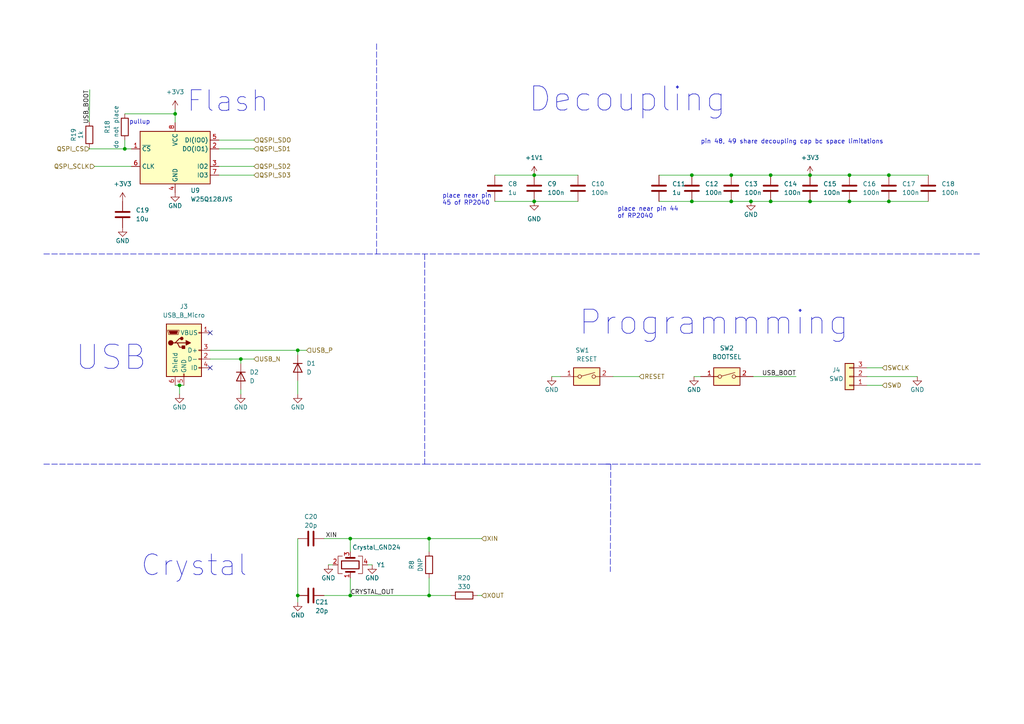
<source format=kicad_sch>
(kicad_sch (version 20211123) (generator eeschema)

  (uuid 111eca69-f969-4569-a64e-262b7c33716c)

  (paper "A4")

  (title_block
    (title "F.R.E.T. Board")
    (date "2023-09-27")
    (rev "1.00")
    (company "Jim Horwitz, Julia Brubach, Peter Buglewicz")
  )

  (lib_symbols
    (symbol "Connector:USB_B_Micro" (pin_names (offset 1.016)) (in_bom yes) (on_board yes)
      (property "Reference" "J" (id 0) (at -5.08 11.43 0)
        (effects (font (size 1.27 1.27)) (justify left))
      )
      (property "Value" "USB_B_Micro" (id 1) (at -5.08 8.89 0)
        (effects (font (size 1.27 1.27)) (justify left))
      )
      (property "Footprint" "" (id 2) (at 3.81 -1.27 0)
        (effects (font (size 1.27 1.27)) hide)
      )
      (property "Datasheet" "~" (id 3) (at 3.81 -1.27 0)
        (effects (font (size 1.27 1.27)) hide)
      )
      (property "ki_keywords" "connector USB micro" (id 4) (at 0 0 0)
        (effects (font (size 1.27 1.27)) hide)
      )
      (property "ki_description" "USB Micro Type B connector" (id 5) (at 0 0 0)
        (effects (font (size 1.27 1.27)) hide)
      )
      (property "ki_fp_filters" "USB*" (id 6) (at 0 0 0)
        (effects (font (size 1.27 1.27)) hide)
      )
      (symbol "USB_B_Micro_0_1"
        (rectangle (start -5.08 -7.62) (end 5.08 7.62)
          (stroke (width 0.254) (type default) (color 0 0 0 0))
          (fill (type background))
        )
        (circle (center -3.81 2.159) (radius 0.635)
          (stroke (width 0.254) (type default) (color 0 0 0 0))
          (fill (type outline))
        )
        (circle (center -0.635 3.429) (radius 0.381)
          (stroke (width 0.254) (type default) (color 0 0 0 0))
          (fill (type outline))
        )
        (rectangle (start -0.127 -7.62) (end 0.127 -6.858)
          (stroke (width 0) (type default) (color 0 0 0 0))
          (fill (type none))
        )
        (polyline
          (pts
            (xy -1.905 2.159)
            (xy 0.635 2.159)
          )
          (stroke (width 0.254) (type default) (color 0 0 0 0))
          (fill (type none))
        )
        (polyline
          (pts
            (xy -3.175 2.159)
            (xy -2.54 2.159)
            (xy -1.27 3.429)
            (xy -0.635 3.429)
          )
          (stroke (width 0.254) (type default) (color 0 0 0 0))
          (fill (type none))
        )
        (polyline
          (pts
            (xy -2.54 2.159)
            (xy -1.905 2.159)
            (xy -1.27 0.889)
            (xy 0 0.889)
          )
          (stroke (width 0.254) (type default) (color 0 0 0 0))
          (fill (type none))
        )
        (polyline
          (pts
            (xy 0.635 2.794)
            (xy 0.635 1.524)
            (xy 1.905 2.159)
            (xy 0.635 2.794)
          )
          (stroke (width 0.254) (type default) (color 0 0 0 0))
          (fill (type outline))
        )
        (polyline
          (pts
            (xy -4.318 5.588)
            (xy -1.778 5.588)
            (xy -2.032 4.826)
            (xy -4.064 4.826)
            (xy -4.318 5.588)
          )
          (stroke (width 0) (type default) (color 0 0 0 0))
          (fill (type outline))
        )
        (polyline
          (pts
            (xy -4.699 5.842)
            (xy -4.699 5.588)
            (xy -4.445 4.826)
            (xy -4.445 4.572)
            (xy -1.651 4.572)
            (xy -1.651 4.826)
            (xy -1.397 5.588)
            (xy -1.397 5.842)
            (xy -4.699 5.842)
          )
          (stroke (width 0) (type default) (color 0 0 0 0))
          (fill (type none))
        )
        (rectangle (start 0.254 1.27) (end -0.508 0.508)
          (stroke (width 0.254) (type default) (color 0 0 0 0))
          (fill (type outline))
        )
        (rectangle (start 5.08 -5.207) (end 4.318 -4.953)
          (stroke (width 0) (type default) (color 0 0 0 0))
          (fill (type none))
        )
        (rectangle (start 5.08 -2.667) (end 4.318 -2.413)
          (stroke (width 0) (type default) (color 0 0 0 0))
          (fill (type none))
        )
        (rectangle (start 5.08 -0.127) (end 4.318 0.127)
          (stroke (width 0) (type default) (color 0 0 0 0))
          (fill (type none))
        )
        (rectangle (start 5.08 4.953) (end 4.318 5.207)
          (stroke (width 0) (type default) (color 0 0 0 0))
          (fill (type none))
        )
      )
      (symbol "USB_B_Micro_1_1"
        (pin power_out line (at 7.62 5.08 180) (length 2.54)
          (name "VBUS" (effects (font (size 1.27 1.27))))
          (number "1" (effects (font (size 1.27 1.27))))
        )
        (pin bidirectional line (at 7.62 -2.54 180) (length 2.54)
          (name "D-" (effects (font (size 1.27 1.27))))
          (number "2" (effects (font (size 1.27 1.27))))
        )
        (pin bidirectional line (at 7.62 0 180) (length 2.54)
          (name "D+" (effects (font (size 1.27 1.27))))
          (number "3" (effects (font (size 1.27 1.27))))
        )
        (pin passive line (at 7.62 -5.08 180) (length 2.54)
          (name "ID" (effects (font (size 1.27 1.27))))
          (number "4" (effects (font (size 1.27 1.27))))
        )
        (pin power_out line (at 0 -10.16 90) (length 2.54)
          (name "GND" (effects (font (size 1.27 1.27))))
          (number "5" (effects (font (size 1.27 1.27))))
        )
        (pin passive line (at -2.54 -10.16 90) (length 2.54)
          (name "Shield" (effects (font (size 1.27 1.27))))
          (number "6" (effects (font (size 1.27 1.27))))
        )
      )
    )
    (symbol "Connector_Generic:Conn_01x03" (pin_names (offset 1.016) hide) (in_bom yes) (on_board yes)
      (property "Reference" "J" (id 0) (at 0 5.08 0)
        (effects (font (size 1.27 1.27)))
      )
      (property "Value" "Conn_01x03" (id 1) (at 0 -5.08 0)
        (effects (font (size 1.27 1.27)))
      )
      (property "Footprint" "" (id 2) (at 0 0 0)
        (effects (font (size 1.27 1.27)) hide)
      )
      (property "Datasheet" "~" (id 3) (at 0 0 0)
        (effects (font (size 1.27 1.27)) hide)
      )
      (property "ki_keywords" "connector" (id 4) (at 0 0 0)
        (effects (font (size 1.27 1.27)) hide)
      )
      (property "ki_description" "Generic connector, single row, 01x03, script generated (kicad-library-utils/schlib/autogen/connector/)" (id 5) (at 0 0 0)
        (effects (font (size 1.27 1.27)) hide)
      )
      (property "ki_fp_filters" "Connector*:*_1x??_*" (id 6) (at 0 0 0)
        (effects (font (size 1.27 1.27)) hide)
      )
      (symbol "Conn_01x03_1_1"
        (rectangle (start -1.27 -2.413) (end 0 -2.667)
          (stroke (width 0.1524) (type default) (color 0 0 0 0))
          (fill (type none))
        )
        (rectangle (start -1.27 0.127) (end 0 -0.127)
          (stroke (width 0.1524) (type default) (color 0 0 0 0))
          (fill (type none))
        )
        (rectangle (start -1.27 2.667) (end 0 2.413)
          (stroke (width 0.1524) (type default) (color 0 0 0 0))
          (fill (type none))
        )
        (rectangle (start -1.27 3.81) (end 1.27 -3.81)
          (stroke (width 0.254) (type default) (color 0 0 0 0))
          (fill (type background))
        )
        (pin passive line (at -5.08 2.54 0) (length 3.81)
          (name "Pin_1" (effects (font (size 1.27 1.27))))
          (number "1" (effects (font (size 1.27 1.27))))
        )
        (pin passive line (at -5.08 0 0) (length 3.81)
          (name "Pin_2" (effects (font (size 1.27 1.27))))
          (number "2" (effects (font (size 1.27 1.27))))
        )
        (pin passive line (at -5.08 -2.54 0) (length 3.81)
          (name "Pin_3" (effects (font (size 1.27 1.27))))
          (number "3" (effects (font (size 1.27 1.27))))
        )
      )
    )
    (symbol "Device:C" (pin_numbers hide) (pin_names (offset 0.254)) (in_bom yes) (on_board yes)
      (property "Reference" "C" (id 0) (at 0.635 2.54 0)
        (effects (font (size 1.27 1.27)) (justify left))
      )
      (property "Value" "C" (id 1) (at 0.635 -2.54 0)
        (effects (font (size 1.27 1.27)) (justify left))
      )
      (property "Footprint" "" (id 2) (at 0.9652 -3.81 0)
        (effects (font (size 1.27 1.27)) hide)
      )
      (property "Datasheet" "~" (id 3) (at 0 0 0)
        (effects (font (size 1.27 1.27)) hide)
      )
      (property "ki_keywords" "cap capacitor" (id 4) (at 0 0 0)
        (effects (font (size 1.27 1.27)) hide)
      )
      (property "ki_description" "Unpolarized capacitor" (id 5) (at 0 0 0)
        (effects (font (size 1.27 1.27)) hide)
      )
      (property "ki_fp_filters" "C_*" (id 6) (at 0 0 0)
        (effects (font (size 1.27 1.27)) hide)
      )
      (symbol "C_0_1"
        (polyline
          (pts
            (xy -2.032 -0.762)
            (xy 2.032 -0.762)
          )
          (stroke (width 0.508) (type default) (color 0 0 0 0))
          (fill (type none))
        )
        (polyline
          (pts
            (xy -2.032 0.762)
            (xy 2.032 0.762)
          )
          (stroke (width 0.508) (type default) (color 0 0 0 0))
          (fill (type none))
        )
      )
      (symbol "C_1_1"
        (pin passive line (at 0 3.81 270) (length 2.794)
          (name "~" (effects (font (size 1.27 1.27))))
          (number "1" (effects (font (size 1.27 1.27))))
        )
        (pin passive line (at 0 -3.81 90) (length 2.794)
          (name "~" (effects (font (size 1.27 1.27))))
          (number "2" (effects (font (size 1.27 1.27))))
        )
      )
    )
    (symbol "Device:Crystal_GND24" (pin_names (offset 1.016) hide) (in_bom yes) (on_board yes)
      (property "Reference" "Y" (id 0) (at 3.175 5.08 0)
        (effects (font (size 1.27 1.27)) (justify left))
      )
      (property "Value" "Crystal_GND24" (id 1) (at 3.175 3.175 0)
        (effects (font (size 1.27 1.27)) (justify left))
      )
      (property "Footprint" "" (id 2) (at 0 0 0)
        (effects (font (size 1.27 1.27)) hide)
      )
      (property "Datasheet" "~" (id 3) (at 0 0 0)
        (effects (font (size 1.27 1.27)) hide)
      )
      (property "ki_keywords" "quartz ceramic resonator oscillator" (id 4) (at 0 0 0)
        (effects (font (size 1.27 1.27)) hide)
      )
      (property "ki_description" "Four pin crystal, GND on pins 2 and 4" (id 5) (at 0 0 0)
        (effects (font (size 1.27 1.27)) hide)
      )
      (property "ki_fp_filters" "Crystal*" (id 6) (at 0 0 0)
        (effects (font (size 1.27 1.27)) hide)
      )
      (symbol "Crystal_GND24_0_1"
        (rectangle (start -1.143 2.54) (end 1.143 -2.54)
          (stroke (width 0.3048) (type default) (color 0 0 0 0))
          (fill (type none))
        )
        (polyline
          (pts
            (xy -2.54 0)
            (xy -2.032 0)
          )
          (stroke (width 0) (type default) (color 0 0 0 0))
          (fill (type none))
        )
        (polyline
          (pts
            (xy -2.032 -1.27)
            (xy -2.032 1.27)
          )
          (stroke (width 0.508) (type default) (color 0 0 0 0))
          (fill (type none))
        )
        (polyline
          (pts
            (xy 0 -3.81)
            (xy 0 -3.556)
          )
          (stroke (width 0) (type default) (color 0 0 0 0))
          (fill (type none))
        )
        (polyline
          (pts
            (xy 0 3.556)
            (xy 0 3.81)
          )
          (stroke (width 0) (type default) (color 0 0 0 0))
          (fill (type none))
        )
        (polyline
          (pts
            (xy 2.032 -1.27)
            (xy 2.032 1.27)
          )
          (stroke (width 0.508) (type default) (color 0 0 0 0))
          (fill (type none))
        )
        (polyline
          (pts
            (xy 2.032 0)
            (xy 2.54 0)
          )
          (stroke (width 0) (type default) (color 0 0 0 0))
          (fill (type none))
        )
        (polyline
          (pts
            (xy -2.54 -2.286)
            (xy -2.54 -3.556)
            (xy 2.54 -3.556)
            (xy 2.54 -2.286)
          )
          (stroke (width 0) (type default) (color 0 0 0 0))
          (fill (type none))
        )
        (polyline
          (pts
            (xy -2.54 2.286)
            (xy -2.54 3.556)
            (xy 2.54 3.556)
            (xy 2.54 2.286)
          )
          (stroke (width 0) (type default) (color 0 0 0 0))
          (fill (type none))
        )
      )
      (symbol "Crystal_GND24_1_1"
        (pin passive line (at -3.81 0 0) (length 1.27)
          (name "1" (effects (font (size 1.27 1.27))))
          (number "1" (effects (font (size 1.27 1.27))))
        )
        (pin passive line (at 0 5.08 270) (length 1.27)
          (name "2" (effects (font (size 1.27 1.27))))
          (number "2" (effects (font (size 1.27 1.27))))
        )
        (pin passive line (at 3.81 0 180) (length 1.27)
          (name "3" (effects (font (size 1.27 1.27))))
          (number "3" (effects (font (size 1.27 1.27))))
        )
        (pin passive line (at 0 -5.08 90) (length 1.27)
          (name "4" (effects (font (size 1.27 1.27))))
          (number "4" (effects (font (size 1.27 1.27))))
        )
      )
    )
    (symbol "Device:D" (pin_numbers hide) (pin_names (offset 1.016) hide) (in_bom yes) (on_board yes)
      (property "Reference" "D" (id 0) (at 0 2.54 0)
        (effects (font (size 1.27 1.27)))
      )
      (property "Value" "D" (id 1) (at 0 -2.54 0)
        (effects (font (size 1.27 1.27)))
      )
      (property "Footprint" "" (id 2) (at 0 0 0)
        (effects (font (size 1.27 1.27)) hide)
      )
      (property "Datasheet" "~" (id 3) (at 0 0 0)
        (effects (font (size 1.27 1.27)) hide)
      )
      (property "ki_keywords" "diode" (id 4) (at 0 0 0)
        (effects (font (size 1.27 1.27)) hide)
      )
      (property "ki_description" "Diode" (id 5) (at 0 0 0)
        (effects (font (size 1.27 1.27)) hide)
      )
      (property "ki_fp_filters" "TO-???* *_Diode_* *SingleDiode* D_*" (id 6) (at 0 0 0)
        (effects (font (size 1.27 1.27)) hide)
      )
      (symbol "D_0_1"
        (polyline
          (pts
            (xy -1.27 1.27)
            (xy -1.27 -1.27)
          )
          (stroke (width 0.254) (type default) (color 0 0 0 0))
          (fill (type none))
        )
        (polyline
          (pts
            (xy 1.27 0)
            (xy -1.27 0)
          )
          (stroke (width 0) (type default) (color 0 0 0 0))
          (fill (type none))
        )
        (polyline
          (pts
            (xy 1.27 1.27)
            (xy 1.27 -1.27)
            (xy -1.27 0)
            (xy 1.27 1.27)
          )
          (stroke (width 0.254) (type default) (color 0 0 0 0))
          (fill (type none))
        )
      )
      (symbol "D_1_1"
        (pin passive line (at -3.81 0 0) (length 2.54)
          (name "K" (effects (font (size 1.27 1.27))))
          (number "1" (effects (font (size 1.27 1.27))))
        )
        (pin passive line (at 3.81 0 180) (length 2.54)
          (name "A" (effects (font (size 1.27 1.27))))
          (number "2" (effects (font (size 1.27 1.27))))
        )
      )
    )
    (symbol "Device:R" (pin_numbers hide) (pin_names (offset 0)) (in_bom yes) (on_board yes)
      (property "Reference" "R" (id 0) (at 2.032 0 90)
        (effects (font (size 1.27 1.27)))
      )
      (property "Value" "R" (id 1) (at 0 0 90)
        (effects (font (size 1.27 1.27)))
      )
      (property "Footprint" "" (id 2) (at -1.778 0 90)
        (effects (font (size 1.27 1.27)) hide)
      )
      (property "Datasheet" "~" (id 3) (at 0 0 0)
        (effects (font (size 1.27 1.27)) hide)
      )
      (property "ki_keywords" "R res resistor" (id 4) (at 0 0 0)
        (effects (font (size 1.27 1.27)) hide)
      )
      (property "ki_description" "Resistor" (id 5) (at 0 0 0)
        (effects (font (size 1.27 1.27)) hide)
      )
      (property "ki_fp_filters" "R_*" (id 6) (at 0 0 0)
        (effects (font (size 1.27 1.27)) hide)
      )
      (symbol "R_0_1"
        (rectangle (start -1.016 -2.54) (end 1.016 2.54)
          (stroke (width 0.254) (type default) (color 0 0 0 0))
          (fill (type none))
        )
      )
      (symbol "R_1_1"
        (pin passive line (at 0 3.81 270) (length 1.27)
          (name "~" (effects (font (size 1.27 1.27))))
          (number "1" (effects (font (size 1.27 1.27))))
        )
        (pin passive line (at 0 -3.81 90) (length 1.27)
          (name "~" (effects (font (size 1.27 1.27))))
          (number "2" (effects (font (size 1.27 1.27))))
        )
      )
    )
    (symbol "Memory_Flash:W25Q128JVS" (in_bom yes) (on_board yes)
      (property "Reference" "U" (id 0) (at -8.89 8.89 0)
        (effects (font (size 1.27 1.27)))
      )
      (property "Value" "W25Q128JVS" (id 1) (at 7.62 8.89 0)
        (effects (font (size 1.27 1.27)))
      )
      (property "Footprint" "Package_SO:SOIC-8_5.23x5.23mm_P1.27mm" (id 2) (at 0 0 0)
        (effects (font (size 1.27 1.27)) hide)
      )
      (property "Datasheet" "http://www.winbond.com/resource-files/w25q128jv_dtr%20revc%2003272018%20plus.pdf" (id 3) (at 0 0 0)
        (effects (font (size 1.27 1.27)) hide)
      )
      (property "ki_keywords" "flash memory SPI QPI DTR" (id 4) (at 0 0 0)
        (effects (font (size 1.27 1.27)) hide)
      )
      (property "ki_description" "128Mb Serial Flash Memory, Standard/Dual/Quad SPI, SOIC-8" (id 5) (at 0 0 0)
        (effects (font (size 1.27 1.27)) hide)
      )
      (property "ki_fp_filters" "SOIC*5.23x5.23mm*P1.27mm*" (id 6) (at 0 0 0)
        (effects (font (size 1.27 1.27)) hide)
      )
      (symbol "W25Q128JVS_0_1"
        (rectangle (start -10.16 7.62) (end 10.16 -7.62)
          (stroke (width 0.254) (type default) (color 0 0 0 0))
          (fill (type background))
        )
      )
      (symbol "W25Q128JVS_1_1"
        (pin input line (at -12.7 2.54 0) (length 2.54)
          (name "~{CS}" (effects (font (size 1.27 1.27))))
          (number "1" (effects (font (size 1.27 1.27))))
        )
        (pin bidirectional line (at 12.7 2.54 180) (length 2.54)
          (name "DO(IO1)" (effects (font (size 1.27 1.27))))
          (number "2" (effects (font (size 1.27 1.27))))
        )
        (pin bidirectional line (at 12.7 -2.54 180) (length 2.54)
          (name "IO2" (effects (font (size 1.27 1.27))))
          (number "3" (effects (font (size 1.27 1.27))))
        )
        (pin power_in line (at 0 -10.16 90) (length 2.54)
          (name "GND" (effects (font (size 1.27 1.27))))
          (number "4" (effects (font (size 1.27 1.27))))
        )
        (pin bidirectional line (at 12.7 5.08 180) (length 2.54)
          (name "DI(IO0)" (effects (font (size 1.27 1.27))))
          (number "5" (effects (font (size 1.27 1.27))))
        )
        (pin input line (at -12.7 -2.54 0) (length 2.54)
          (name "CLK" (effects (font (size 1.27 1.27))))
          (number "6" (effects (font (size 1.27 1.27))))
        )
        (pin bidirectional line (at 12.7 -5.08 180) (length 2.54)
          (name "IO3" (effects (font (size 1.27 1.27))))
          (number "7" (effects (font (size 1.27 1.27))))
        )
        (pin power_in line (at 0 10.16 270) (length 2.54)
          (name "VCC" (effects (font (size 1.27 1.27))))
          (number "8" (effects (font (size 1.27 1.27))))
        )
      )
    )
    (symbol "Switch:SW_DIP_x01" (pin_names (offset 0) hide) (in_bom yes) (on_board yes)
      (property "Reference" "SW" (id 0) (at 0 3.81 0)
        (effects (font (size 1.27 1.27)))
      )
      (property "Value" "SW_DIP_x01" (id 1) (at 0 -3.81 0)
        (effects (font (size 1.27 1.27)))
      )
      (property "Footprint" "" (id 2) (at 0 0 0)
        (effects (font (size 1.27 1.27)) hide)
      )
      (property "Datasheet" "~" (id 3) (at 0 0 0)
        (effects (font (size 1.27 1.27)) hide)
      )
      (property "ki_keywords" "dip switch" (id 4) (at 0 0 0)
        (effects (font (size 1.27 1.27)) hide)
      )
      (property "ki_description" "1x DIP Switch, Single Pole Single Throw (SPST) switch, small symbol" (id 5) (at 0 0 0)
        (effects (font (size 1.27 1.27)) hide)
      )
      (property "ki_fp_filters" "SW?DIP?x1*" (id 6) (at 0 0 0)
        (effects (font (size 1.27 1.27)) hide)
      )
      (symbol "SW_DIP_x01_0_0"
        (circle (center -2.032 0) (radius 0.508)
          (stroke (width 0) (type default) (color 0 0 0 0))
          (fill (type none))
        )
        (polyline
          (pts
            (xy -1.524 0.127)
            (xy 2.3622 1.1684)
          )
          (stroke (width 0) (type default) (color 0 0 0 0))
          (fill (type none))
        )
        (circle (center 2.032 0) (radius 0.508)
          (stroke (width 0) (type default) (color 0 0 0 0))
          (fill (type none))
        )
      )
      (symbol "SW_DIP_x01_0_1"
        (rectangle (start -3.81 2.54) (end 3.81 -2.54)
          (stroke (width 0.254) (type default) (color 0 0 0 0))
          (fill (type background))
        )
      )
      (symbol "SW_DIP_x01_1_1"
        (pin passive line (at -7.62 0 0) (length 5.08)
          (name "~" (effects (font (size 1.27 1.27))))
          (number "1" (effects (font (size 1.27 1.27))))
        )
        (pin passive line (at 7.62 0 180) (length 5.08)
          (name "~" (effects (font (size 1.27 1.27))))
          (number "2" (effects (font (size 1.27 1.27))))
        )
      )
    )
    (symbol "power:+1V1" (power) (pin_names (offset 0)) (in_bom yes) (on_board yes)
      (property "Reference" "#PWR" (id 0) (at 0 -3.81 0)
        (effects (font (size 1.27 1.27)) hide)
      )
      (property "Value" "+1V1" (id 1) (at 0 3.556 0)
        (effects (font (size 1.27 1.27)))
      )
      (property "Footprint" "" (id 2) (at 0 0 0)
        (effects (font (size 1.27 1.27)) hide)
      )
      (property "Datasheet" "" (id 3) (at 0 0 0)
        (effects (font (size 1.27 1.27)) hide)
      )
      (property "ki_keywords" "power-flag" (id 4) (at 0 0 0)
        (effects (font (size 1.27 1.27)) hide)
      )
      (property "ki_description" "Power symbol creates a global label with name \"+1V1\"" (id 5) (at 0 0 0)
        (effects (font (size 1.27 1.27)) hide)
      )
      (symbol "+1V1_0_1"
        (polyline
          (pts
            (xy -0.762 1.27)
            (xy 0 2.54)
          )
          (stroke (width 0) (type default) (color 0 0 0 0))
          (fill (type none))
        )
        (polyline
          (pts
            (xy 0 0)
            (xy 0 2.54)
          )
          (stroke (width 0) (type default) (color 0 0 0 0))
          (fill (type none))
        )
        (polyline
          (pts
            (xy 0 2.54)
            (xy 0.762 1.27)
          )
          (stroke (width 0) (type default) (color 0 0 0 0))
          (fill (type none))
        )
      )
      (symbol "+1V1_1_1"
        (pin power_in line (at 0 0 90) (length 0) hide
          (name "+1V1" (effects (font (size 1.27 1.27))))
          (number "1" (effects (font (size 1.27 1.27))))
        )
      )
    )
    (symbol "power:+3V3" (power) (pin_names (offset 0)) (in_bom yes) (on_board yes)
      (property "Reference" "#PWR" (id 0) (at 0 -3.81 0)
        (effects (font (size 1.27 1.27)) hide)
      )
      (property "Value" "+3V3" (id 1) (at 0 3.556 0)
        (effects (font (size 1.27 1.27)))
      )
      (property "Footprint" "" (id 2) (at 0 0 0)
        (effects (font (size 1.27 1.27)) hide)
      )
      (property "Datasheet" "" (id 3) (at 0 0 0)
        (effects (font (size 1.27 1.27)) hide)
      )
      (property "ki_keywords" "power-flag" (id 4) (at 0 0 0)
        (effects (font (size 1.27 1.27)) hide)
      )
      (property "ki_description" "Power symbol creates a global label with name \"+3V3\"" (id 5) (at 0 0 0)
        (effects (font (size 1.27 1.27)) hide)
      )
      (symbol "+3V3_0_1"
        (polyline
          (pts
            (xy -0.762 1.27)
            (xy 0 2.54)
          )
          (stroke (width 0) (type default) (color 0 0 0 0))
          (fill (type none))
        )
        (polyline
          (pts
            (xy 0 0)
            (xy 0 2.54)
          )
          (stroke (width 0) (type default) (color 0 0 0 0))
          (fill (type none))
        )
        (polyline
          (pts
            (xy 0 2.54)
            (xy 0.762 1.27)
          )
          (stroke (width 0) (type default) (color 0 0 0 0))
          (fill (type none))
        )
      )
      (symbol "+3V3_1_1"
        (pin power_in line (at 0 0 90) (length 0) hide
          (name "+3V3" (effects (font (size 1.27 1.27))))
          (number "1" (effects (font (size 1.27 1.27))))
        )
      )
    )
    (symbol "power:GND" (power) (pin_names (offset 0)) (in_bom yes) (on_board yes)
      (property "Reference" "#PWR" (id 0) (at 0 -6.35 0)
        (effects (font (size 1.27 1.27)) hide)
      )
      (property "Value" "GND" (id 1) (at 0 -3.81 0)
        (effects (font (size 1.27 1.27)))
      )
      (property "Footprint" "" (id 2) (at 0 0 0)
        (effects (font (size 1.27 1.27)) hide)
      )
      (property "Datasheet" "" (id 3) (at 0 0 0)
        (effects (font (size 1.27 1.27)) hide)
      )
      (property "ki_keywords" "power-flag" (id 4) (at 0 0 0)
        (effects (font (size 1.27 1.27)) hide)
      )
      (property "ki_description" "Power symbol creates a global label with name \"GND\" , ground" (id 5) (at 0 0 0)
        (effects (font (size 1.27 1.27)) hide)
      )
      (symbol "GND_0_1"
        (polyline
          (pts
            (xy 0 0)
            (xy 0 -1.27)
            (xy 1.27 -1.27)
            (xy 0 -2.54)
            (xy -1.27 -1.27)
            (xy 0 -1.27)
          )
          (stroke (width 0) (type default) (color 0 0 0 0))
          (fill (type none))
        )
      )
      (symbol "GND_1_1"
        (pin power_in line (at 0 0 270) (length 0) hide
          (name "GND" (effects (font (size 1.27 1.27))))
          (number "1" (effects (font (size 1.27 1.27))))
        )
      )
    )
  )

  (junction (at 200.66 58.42) (diameter 0) (color 0 0 0 0)
    (uuid 02231fa8-f659-4483-9a34-16c8fa2703bd)
  )
  (junction (at 124.46 156.21) (diameter 0) (color 0 0 0 0)
    (uuid 151e2a8f-23be-43a4-b0a5-3f1ba7932b36)
  )
  (junction (at 124.46 172.72) (diameter 0) (color 0 0 0 0)
    (uuid 16a8a0ed-e851-4ade-b06a-3a3ced0b2707)
  )
  (junction (at 212.09 50.8) (diameter 0) (color 0 0 0 0)
    (uuid 1dfdf4c4-57f9-4dec-921d-1eb286a7ef85)
  )
  (junction (at 154.94 50.8) (diameter 0) (color 0 0 0 0)
    (uuid 2633e5b0-ab5b-47e8-8541-6ba787e9b039)
  )
  (junction (at 86.36 172.72) (diameter 0) (color 0 0 0 0)
    (uuid 36e22345-2053-42b8-9f39-b01bbcc568e7)
  )
  (junction (at 234.95 50.8) (diameter 0) (color 0 0 0 0)
    (uuid 371c8b62-8c2e-4080-ab7e-db8922cae40f)
  )
  (junction (at 50.8 33.02) (diameter 0) (color 0 0 0 0)
    (uuid 3d74a4b6-ccc4-41cc-98bd-e1437213eba1)
  )
  (junction (at 223.52 50.8) (diameter 0) (color 0 0 0 0)
    (uuid 642a0b19-b1a0-46b5-9094-424344123524)
  )
  (junction (at 200.66 50.8) (diameter 0) (color 0 0 0 0)
    (uuid 69433691-5784-4e09-8ee6-dadc0e59370d)
  )
  (junction (at 257.81 58.42) (diameter 0) (color 0 0 0 0)
    (uuid 6d1628ae-ba39-4fa1-891f-5bf97f72d082)
  )
  (junction (at 101.6 156.21) (diameter 0) (color 0 0 0 0)
    (uuid 77f0a145-bd2e-4584-988e-ef49b39b6c61)
  )
  (junction (at 223.52 58.42) (diameter 0) (color 0 0 0 0)
    (uuid 7926f0de-eb1e-4d4e-96d7-861494eb62ad)
  )
  (junction (at 36.195 43.18) (diameter 0) (color 0 0 0 0)
    (uuid 89d57293-7756-4a37-80f4-a83fdcc4f0db)
  )
  (junction (at 101.6 172.72) (diameter 0) (color 0 0 0 0)
    (uuid 97fa3a46-dc07-4cd6-a903-3a289b6435a4)
  )
  (junction (at 52.07 111.76) (diameter 0) (color 0 0 0 0)
    (uuid 9a63a5f4-0f5a-41f9-a174-4b0d127a7bbb)
  )
  (junction (at 257.81 50.8) (diameter 0) (color 0 0 0 0)
    (uuid b6e33bcb-1755-4721-b3d9-9e33f953a931)
  )
  (junction (at 217.805 58.42) (diameter 0) (color 0 0 0 0)
    (uuid b7bcc5ce-2a86-4c1d-bbce-16f78f881ce1)
  )
  (junction (at 69.85 104.14) (diameter 0) (color 0 0 0 0)
    (uuid bead9bb6-d87e-48c0-a04b-27a9b0d3680e)
  )
  (junction (at 246.38 50.8) (diameter 0) (color 0 0 0 0)
    (uuid bfedf986-3c3d-41cf-b88b-ee54536196fe)
  )
  (junction (at 86.36 101.6) (diameter 0) (color 0 0 0 0)
    (uuid c827b897-1312-46ca-aca2-9a142b3d1bcf)
  )
  (junction (at 234.95 58.42) (diameter 0) (color 0 0 0 0)
    (uuid d315a266-36dd-4e3d-abcd-0187dfec00b6)
  )
  (junction (at 246.38 58.42) (diameter 0) (color 0 0 0 0)
    (uuid e87c60c6-784d-4d2e-a7f1-5dacdb88a4f1)
  )
  (junction (at 154.94 58.42) (diameter 0) (color 0 0 0 0)
    (uuid efa480c4-47e9-46ad-8285-9ac264bee14c)
  )
  (junction (at 212.09 58.42) (diameter 0) (color 0 0 0 0)
    (uuid efba1521-a1cf-4dc4-a26f-8a1f2dad6c4d)
  )

  (no_connect (at 60.96 96.52) (uuid 8fba0803-951a-42a6-977c-099b27bfa874))
  (no_connect (at 60.96 106.68) (uuid f37ef812-b3ff-4330-8dd2-dd81cea1cbd2))

  (wire (pts (xy 234.95 50.8) (xy 246.38 50.8))
    (stroke (width 0) (type default) (color 0 0 0 0))
    (uuid 0317c4d1-8a55-45ab-9b35-70f7cdae61f3)
  )
  (wire (pts (xy 60.96 104.14) (xy 69.85 104.14))
    (stroke (width 0) (type default) (color 0 0 0 0))
    (uuid 0afe1fe0-5ae0-466b-b2dc-163bb43b6c79)
  )
  (polyline (pts (xy 123.19 134.62) (xy 177.1465 134.62))
    (stroke (width 0) (type default) (color 0 0 0 0))
    (uuid 0eac0c62-2084-4a19-a16c-84bc1f2a8f20)
  )

  (wire (pts (xy 162.56 109.22) (xy 160.02 109.22))
    (stroke (width 0) (type default) (color 0 0 0 0))
    (uuid 1fe1dafe-fb7e-4690-9e6f-aea97610fb2b)
  )
  (wire (pts (xy 86.36 101.6) (xy 86.36 102.87))
    (stroke (width 0) (type default) (color 0 0 0 0))
    (uuid 222c1c44-2a1c-491d-922f-4d80ddc7b36b)
  )
  (polyline (pts (xy 12.7 134.62) (xy 123.19 134.62))
    (stroke (width 0) (type default) (color 0 0 0 0))
    (uuid 231256f1-3756-4613-9e39-fbc0670917a3)
  )

  (wire (pts (xy 101.6 156.21) (xy 101.6 160.02))
    (stroke (width 0) (type default) (color 0 0 0 0))
    (uuid 2750483f-e518-4cd8-9fff-bca48cb19865)
  )
  (wire (pts (xy 251.46 111.76) (xy 255.905 111.76))
    (stroke (width 0) (type default) (color 0 0 0 0))
    (uuid 2cbd1d7a-c9eb-4d59-bf45-c97a9d0c31f9)
  )
  (wire (pts (xy 27.432 48.26) (xy 38.1 48.26))
    (stroke (width 0) (type default) (color 0 0 0 0))
    (uuid 2d042c5c-62ec-40d1-814c-6584b171ddf2)
  )
  (wire (pts (xy 217.805 58.42) (xy 223.52 58.42))
    (stroke (width 0) (type default) (color 0 0 0 0))
    (uuid 2dfc2cce-121e-4827-94e1-f561ce52861a)
  )
  (wire (pts (xy 69.85 104.14) (xy 73.66 104.14))
    (stroke (width 0) (type default) (color 0 0 0 0))
    (uuid 2f0e09ac-e319-4d58-bb8d-f0b9524e777e)
  )
  (wire (pts (xy 124.46 172.72) (xy 130.81 172.72))
    (stroke (width 0) (type default) (color 0 0 0 0))
    (uuid 2f74a697-d3ef-43de-a748-d7727182a29f)
  )
  (wire (pts (xy 251.46 109.22) (xy 266.065 109.22))
    (stroke (width 0) (type default) (color 0 0 0 0))
    (uuid 3088e1fe-4d48-488a-9777-6c1adf5e2d2e)
  )
  (polyline (pts (xy 123.19 73.66) (xy 123.19 134.62))
    (stroke (width 0) (type default) (color 0 0 0 0))
    (uuid 30cea798-3840-47a8-9fcb-560404ee6f84)
  )

  (wire (pts (xy 36.195 33.02) (xy 50.8 33.02))
    (stroke (width 0) (type default) (color 0 0 0 0))
    (uuid 33a313cf-2bc7-45ea-8aea-cb865b13be46)
  )
  (wire (pts (xy 143.51 58.42) (xy 154.94 58.42))
    (stroke (width 0) (type default) (color 0 0 0 0))
    (uuid 3cebaa0f-6c71-478e-b37e-c67c1b58dc20)
  )
  (wire (pts (xy 154.94 58.42) (xy 167.64 58.42))
    (stroke (width 0) (type default) (color 0 0 0 0))
    (uuid 3d748f6e-d066-4e83-bb75-ec227090a31d)
  )
  (wire (pts (xy 101.6 156.21) (xy 124.46 156.21))
    (stroke (width 0) (type default) (color 0 0 0 0))
    (uuid 4897a6c1-632d-4c3e-b831-f30b86d03f6f)
  )
  (polyline (pts (xy 175.26 134.62) (xy 284.48 134.62))
    (stroke (width 0) (type default) (color 0 0 0 0))
    (uuid 584565d2-7ed7-466a-a32d-f46915e6a29d)
  )

  (wire (pts (xy 201.295 109.22) (xy 203.2 109.22))
    (stroke (width 0) (type default) (color 0 0 0 0))
    (uuid 693606e1-baaa-443b-8a23-e50a903af518)
  )
  (wire (pts (xy 124.46 156.21) (xy 139.7 156.21))
    (stroke (width 0) (type default) (color 0 0 0 0))
    (uuid 6d413492-ef52-4a15-be7f-550af9b28963)
  )
  (wire (pts (xy 36.195 40.64) (xy 36.195 43.18))
    (stroke (width 0) (type default) (color 0 0 0 0))
    (uuid 6ecd0f61-e741-43bf-a9f2-0f2f673f56c9)
  )
  (wire (pts (xy 86.36 156.21) (xy 86.36 172.72))
    (stroke (width 0) (type default) (color 0 0 0 0))
    (uuid 770d4939-dfb3-4b96-af63-cfb13a7264c9)
  )
  (wire (pts (xy 95.25 163.83) (xy 96.52 163.83))
    (stroke (width 0) (type default) (color 0 0 0 0))
    (uuid 7b613bd0-22c5-450a-bae6-7b2f6ed9d639)
  )
  (wire (pts (xy 50.8 33.02) (xy 50.8 35.56))
    (stroke (width 0) (type default) (color 0 0 0 0))
    (uuid 7c9188cd-2dea-4b6d-974e-f29e0a52b0fa)
  )
  (wire (pts (xy 154.94 50.8) (xy 167.64 50.8))
    (stroke (width 0) (type default) (color 0 0 0 0))
    (uuid 7fc59eb4-df00-41d9-a9f6-3d251663d633)
  )
  (wire (pts (xy 86.36 101.6) (xy 88.9 101.6))
    (stroke (width 0) (type default) (color 0 0 0 0))
    (uuid 7feb58ea-51e8-407a-a0c0-0201c65a33bc)
  )
  (wire (pts (xy 218.44 109.22) (xy 230.886 109.22))
    (stroke (width 0) (type default) (color 0 0 0 0))
    (uuid 8bc483b2-f53a-4c65-a9ac-16e6bb8b3ce8)
  )
  (polyline (pts (xy 109.22 12.7) (xy 109.22 73.66))
    (stroke (width 0) (type default) (color 0 0 0 0))
    (uuid 939c5ba2-0d98-471f-8b2e-0b59eb1ebd92)
  )

  (wire (pts (xy 138.43 172.72) (xy 139.7 172.72))
    (stroke (width 0) (type default) (color 0 0 0 0))
    (uuid 961d3266-1a6c-4328-b71b-cfa45300a3f1)
  )
  (wire (pts (xy 101.6 172.72) (xy 101.6 167.64))
    (stroke (width 0) (type default) (color 0 0 0 0))
    (uuid 97569c26-3003-40f4-80ac-549e889aa614)
  )
  (wire (pts (xy 63.5 48.26) (xy 73.66 48.26))
    (stroke (width 0) (type default) (color 0 0 0 0))
    (uuid 99e9513a-4682-45f6-8496-ee489f3b0093)
  )
  (wire (pts (xy 212.09 58.42) (xy 217.805 58.42))
    (stroke (width 0) (type default) (color 0 0 0 0))
    (uuid 9c41b361-f475-486f-a3d0-5f669381656f)
  )
  (wire (pts (xy 200.66 58.42) (xy 212.09 58.42))
    (stroke (width 0) (type default) (color 0 0 0 0))
    (uuid 9f676f78-6487-4ab2-9d0d-2e8efde301c9)
  )
  (wire (pts (xy 25.908 43.18) (xy 36.195 43.18))
    (stroke (width 0) (type default) (color 0 0 0 0))
    (uuid a22fcc0f-e367-454c-90d3-7df9520a2bd4)
  )
  (wire (pts (xy 86.36 172.72) (xy 86.36 174.625))
    (stroke (width 0) (type default) (color 0 0 0 0))
    (uuid a9e2a0e6-c149-48ae-a57b-0ac4087f4000)
  )
  (wire (pts (xy 246.38 50.8) (xy 257.81 50.8))
    (stroke (width 0) (type default) (color 0 0 0 0))
    (uuid ada00033-6b4b-45cd-9523-1b905de2bc6b)
  )
  (wire (pts (xy 251.46 106.68) (xy 255.905 106.68))
    (stroke (width 0) (type default) (color 0 0 0 0))
    (uuid aedbc411-5806-4c18-85b0-5a67fc009bfc)
  )
  (wire (pts (xy 26.035 26.035) (xy 25.908 35.306))
    (stroke (width 0) (type default) (color 0 0 0 0))
    (uuid b2655031-d378-43b4-b515-ca04d75eea85)
  )
  (wire (pts (xy 223.52 50.8) (xy 212.09 50.8))
    (stroke (width 0) (type default) (color 0 0 0 0))
    (uuid b4e92e17-809d-4d69-9fe8-5226e0ca4ea7)
  )
  (wire (pts (xy 93.98 172.72) (xy 101.6 172.72))
    (stroke (width 0) (type default) (color 0 0 0 0))
    (uuid be79f324-1304-49a8-81d0-d65b7f1652a7)
  )
  (wire (pts (xy 63.5 40.64) (xy 73.66 40.64))
    (stroke (width 0) (type default) (color 0 0 0 0))
    (uuid bf4d049d-5d8c-432c-abf4-393766bd15e9)
  )
  (wire (pts (xy 50.8 111.76) (xy 52.07 111.76))
    (stroke (width 0) (type default) (color 0 0 0 0))
    (uuid bfc623c0-8461-43c6-8115-d27376e3aeb4)
  )
  (wire (pts (xy 36.195 43.18) (xy 38.1 43.18))
    (stroke (width 0) (type default) (color 0 0 0 0))
    (uuid c77e71e0-ec85-453a-87c9-3f08b9f0597e)
  )
  (wire (pts (xy 93.98 156.21) (xy 101.6 156.21))
    (stroke (width 0) (type default) (color 0 0 0 0))
    (uuid c921a773-a571-47a2-87d0-44e9b9b68fb6)
  )
  (wire (pts (xy 191.135 50.8) (xy 200.66 50.8))
    (stroke (width 0) (type default) (color 0 0 0 0))
    (uuid cce33ae7-5eb4-4f4f-b580-74330551451b)
  )
  (wire (pts (xy 52.07 111.76) (xy 52.07 114.3))
    (stroke (width 0) (type default) (color 0 0 0 0))
    (uuid cdbc06aa-c982-4f68-846d-3008118199ae)
  )
  (wire (pts (xy 223.52 58.42) (xy 234.95 58.42))
    (stroke (width 0) (type default) (color 0 0 0 0))
    (uuid cf7eb15f-e2df-4395-be09-8a872bf8b6cd)
  )
  (wire (pts (xy 200.66 50.8) (xy 212.09 50.8))
    (stroke (width 0) (type default) (color 0 0 0 0))
    (uuid d2f74a8e-5761-4401-9c95-72b26a57705c)
  )
  (wire (pts (xy 60.96 101.6) (xy 86.36 101.6))
    (stroke (width 0) (type default) (color 0 0 0 0))
    (uuid d360ee8b-5ab7-4aa5-b778-e5820edef145)
  )
  (wire (pts (xy 50.8 31.75) (xy 50.8 33.02))
    (stroke (width 0) (type default) (color 0 0 0 0))
    (uuid d3a1d1f1-1f84-4eac-84f4-3ca1db391f27)
  )
  (wire (pts (xy 124.46 156.21) (xy 124.46 160.02))
    (stroke (width 0) (type default) (color 0 0 0 0))
    (uuid d8176d1d-a01c-4f66-a937-bfa519d7e8b7)
  )
  (wire (pts (xy 52.07 111.76) (xy 53.34 111.76))
    (stroke (width 0) (type default) (color 0 0 0 0))
    (uuid d9b194b5-ea4b-4414-b2e3-debedbee29ad)
  )
  (wire (pts (xy 86.36 110.49) (xy 86.36 114.3))
    (stroke (width 0) (type default) (color 0 0 0 0))
    (uuid da25f94a-2c15-45ea-8081-4730a8388c11)
  )
  (wire (pts (xy 63.5 50.8) (xy 73.66 50.8))
    (stroke (width 0) (type default) (color 0 0 0 0))
    (uuid dde442bf-d5ee-48eb-a1e1-240ea76408df)
  )
  (wire (pts (xy 246.38 58.42) (xy 257.81 58.42))
    (stroke (width 0) (type default) (color 0 0 0 0))
    (uuid de3624fd-5b82-4852-ad2a-d6b0ad7dd701)
  )
  (wire (pts (xy 234.95 50.8) (xy 223.52 50.8))
    (stroke (width 0) (type default) (color 0 0 0 0))
    (uuid de3f0474-e94a-4df5-a412-b335d4b7fd62)
  )
  (wire (pts (xy 234.95 58.42) (xy 246.38 58.42))
    (stroke (width 0) (type default) (color 0 0 0 0))
    (uuid e0b09f94-a616-4549-974a-72613ea30178)
  )
  (polyline (pts (xy 177.1465 134.62) (xy 177.0172 165.8019))
    (stroke (width 0) (type default) (color 0 0 0 0))
    (uuid e1080de1-9754-43f9-92e0-7a6d457b2240)
  )

  (wire (pts (xy 143.51 50.8) (xy 154.94 50.8))
    (stroke (width 0) (type default) (color 0 0 0 0))
    (uuid e13e4d63-6d0c-4318-864a-95797055f473)
  )
  (wire (pts (xy 101.6 172.72) (xy 124.46 172.72))
    (stroke (width 0) (type default) (color 0 0 0 0))
    (uuid e3c60aa2-8063-4aac-bf9a-fe70d23c3bc9)
  )
  (wire (pts (xy 107.95 163.83) (xy 106.68 163.83))
    (stroke (width 0) (type default) (color 0 0 0 0))
    (uuid e42b4f5a-5fec-419e-945b-27d1b7877e1a)
  )
  (wire (pts (xy 191.135 58.42) (xy 200.66 58.42))
    (stroke (width 0) (type default) (color 0 0 0 0))
    (uuid e4be15e4-439c-4ff3-8faa-c98f9e49036c)
  )
  (wire (pts (xy 177.8 109.22) (xy 185.42 109.22))
    (stroke (width 0) (type default) (color 0 0 0 0))
    (uuid edaddd1d-ce86-4c13-aff2-80514b53ac6d)
  )
  (wire (pts (xy 63.5 43.18) (xy 73.66 43.18))
    (stroke (width 0) (type default) (color 0 0 0 0))
    (uuid edd76fe0-9d13-4797-b842-8dac9198e376)
  )
  (wire (pts (xy 124.46 167.64) (xy 124.46 172.72))
    (stroke (width 0) (type default) (color 0 0 0 0))
    (uuid ef4b0ba9-0773-47c3-bf65-75c8ac108773)
  )
  (wire (pts (xy 69.85 104.14) (xy 69.85 105.41))
    (stroke (width 0) (type default) (color 0 0 0 0))
    (uuid f13929ca-6718-443d-ae45-901ba0ce3501)
  )
  (wire (pts (xy 69.85 113.03) (xy 69.85 114.3))
    (stroke (width 0) (type default) (color 0 0 0 0))
    (uuid f3296b78-0a7a-4e6f-a330-25660fe54ddb)
  )
  (polyline (pts (xy 12.7 73.66) (xy 284.48 73.66))
    (stroke (width 0) (type default) (color 0 0 0 0))
    (uuid f4a5c111-4608-4928-aeb9-eea079f6e814)
  )

  (wire (pts (xy 257.81 58.42) (xy 269.24 58.42))
    (stroke (width 0) (type default) (color 0 0 0 0))
    (uuid fb00e4a1-aa1c-4824-ad31-13e4492ba650)
  )
  (wire (pts (xy 257.81 50.8) (xy 269.24 50.8))
    (stroke (width 0) (type default) (color 0 0 0 0))
    (uuid fbcec579-f365-4d88-9aa3-2897faf9d48c)
  )
  (wire (pts (xy 25.908 42.926) (xy 25.908 43.18))
    (stroke (width 0) (type default) (color 0 0 0 0))
    (uuid ff3ad135-0bba-4e1b-b8b8-762c49e83bb2)
  )

  (text "pullup" (at 37.465 36.195 0)
    (effects (font (size 1.27 1.27)) (justify left bottom))
    (uuid 274a42a6-9c84-4714-9f70-bf12f3d5b63f)
  )
  (text "Flash" (at 53.975 33.02 0)
    (effects (font (size 6 6)) (justify left bottom))
    (uuid 3dc3d221-c62e-4441-af3b-b1c0b8c7830f)
  )
  (text "Crystal" (at 40.64 167.64 0)
    (effects (font (size 6 6)) (justify left bottom))
    (uuid 400f2032-8483-4dfc-add3-cb84cad330f1)
  )
  (text "place near pin 44 \nof RP2040\n" (at 179.07 63.5 0)
    (effects (font (size 1.27 1.27)) (justify left bottom))
    (uuid 42a69a38-1d6a-4f18-b658-76cc8a960769)
  )
  (text "USB" (at 21.59 107.95 0)
    (effects (font (size 7 7)) (justify left bottom))
    (uuid 664eb0f2-ff27-4c8b-9c8d-90a02e0f8fce)
  )
  (text "Decoupling" (at 153.035 33.02 0)
    (effects (font (size 7 7)) (justify left bottom))
    (uuid 7e837834-ac85-4608-8458-4eabc73a3b45)
  )
  (text "place near pin \n45 of RP2040\n" (at 128.27 59.69 0)
    (effects (font (size 1.27 1.27)) (justify left bottom))
    (uuid bca5d6bc-351d-4c3f-907a-526c5cb191ad)
  )
  (text "pin 48, 49 share decoupling cap bc space limitations"
    (at 203.2 41.91 0)
    (effects (font (size 1.27 1.27)) (justify left bottom))
    (uuid caa4ee63-577a-44cc-a885-e9df1c7f7c51)
  )
  (text "Programmming" (at 167.64 97.79 0)
    (effects (font (size 7 7)) (justify left bottom))
    (uuid d2f3dc69-b15a-4dad-b319-33a3c1ec6252)
  )

  (label "XIN" (at 97.79 156.21 180)
    (effects (font (size 1.27 1.27)) (justify right bottom))
    (uuid 0d78c732-92ec-4b89-8409-ec1a10914d12)
  )
  (label "USB_BOOT" (at 230.886 109.22 180)
    (effects (font (size 1.27 1.27)) (justify right bottom))
    (uuid 521eba30-a391-435d-a0ef-2f6ef85713e5)
  )
  (label "CRYSTAL_OUT" (at 101.6 172.72 0)
    (effects (font (size 1.27 1.27)) (justify left bottom))
    (uuid 85172c88-9409-48ff-bd57-faa6c143be5b)
  )
  (label "USB_BOOT" (at 26.035 26.035 270)
    (effects (font (size 1.27 1.27)) (justify right bottom))
    (uuid a6b4f467-d894-4df4-873d-2018c29bbec8)
  )

  (hierarchical_label "QSPI_CS" (shape input) (at 25.908 43.18 180)
    (effects (font (size 1.27 1.27)) (justify right))
    (uuid 0c7c3448-1d19-488d-8783-65b24dd54241)
  )
  (hierarchical_label "RESET" (shape input) (at 185.42 109.22 0)
    (effects (font (size 1.27 1.27)) (justify left))
    (uuid 13d3e994-dd37-4c1e-a384-cfdd0f59cbf4)
  )
  (hierarchical_label "QSPI_SDO" (shape input) (at 73.66 40.64 0)
    (effects (font (size 1.27 1.27)) (justify left))
    (uuid 38732c73-44e1-43ab-aa3c-7207a77dce15)
  )
  (hierarchical_label "QSPI_SD2" (shape input) (at 73.66 48.26 0)
    (effects (font (size 1.27 1.27)) (justify left))
    (uuid 70951646-1bd4-419d-9bca-0d46225a836b)
  )
  (hierarchical_label "QSPI_SD3" (shape input) (at 73.66 50.8 0)
    (effects (font (size 1.27 1.27)) (justify left))
    (uuid 8aa25c33-f146-4418-a770-12cfc73c50cd)
  )
  (hierarchical_label "USB_N" (shape input) (at 73.66 104.14 0)
    (effects (font (size 1.27 1.27)) (justify left))
    (uuid a05253ec-a833-4d33-8b58-6a950b8f09fe)
  )
  (hierarchical_label "QSPI_SD1" (shape input) (at 73.66 43.18 0)
    (effects (font (size 1.27 1.27)) (justify left))
    (uuid acce4e6e-1fdf-4989-ab63-eeae1bebc530)
  )
  (hierarchical_label "XOUT" (shape input) (at 139.7 172.72 0)
    (effects (font (size 1.27 1.27)) (justify left))
    (uuid b4f26aba-ff4b-4198-a2af-d8a91d41f9f7)
  )
  (hierarchical_label "SWD" (shape input) (at 255.905 111.76 0)
    (effects (font (size 1.27 1.27)) (justify left))
    (uuid be58fe9a-57c6-425e-bf85-1d7489caec9c)
  )
  (hierarchical_label "XIN" (shape input) (at 139.7 156.21 0)
    (effects (font (size 1.27 1.27)) (justify left))
    (uuid e09adcb4-453c-4f99-9311-8da6f5bc43a8)
  )
  (hierarchical_label "USB_P" (shape input) (at 88.9 101.6 0)
    (effects (font (size 1.27 1.27)) (justify left))
    (uuid f066b003-7e05-48ed-bc00-3b1e87515560)
  )
  (hierarchical_label "SWCLK" (shape input) (at 255.905 106.68 0)
    (effects (font (size 1.27 1.27)) (justify left))
    (uuid f26f1d45-a9ff-4fa6-95ff-8829140b4584)
  )
  (hierarchical_label "QSPI_SCLK" (shape input) (at 27.432 48.26 180)
    (effects (font (size 1.27 1.27)) (justify right))
    (uuid f76f7ee0-bbba-4d1e-b712-53908edb0ddc)
  )

  (symbol (lib_id "Device:C") (at 154.94 54.61 0) (unit 1)
    (in_bom yes) (on_board yes) (fields_autoplaced)
    (uuid 07c4823e-f3b7-4268-b920-13773126d7d5)
    (property "Reference" "C9" (id 0) (at 158.75 53.3399 0)
      (effects (font (size 1.27 1.27)) (justify left))
    )
    (property "Value" "100n" (id 1) (at 158.75 55.8799 0)
      (effects (font (size 1.27 1.27)) (justify left))
    )
    (property "Footprint" "Capacitor_SMD:C_0603_1608Metric" (id 2) (at 155.9052 58.42 0)
      (effects (font (size 1.27 1.27)) hide)
    )
    (property "Datasheet" "~" (id 3) (at 154.94 54.61 0)
      (effects (font (size 1.27 1.27)) hide)
    )
    (pin "1" (uuid e9a9bcea-2004-459b-8d1c-9f45b189351d))
    (pin "2" (uuid 24ee2400-80ab-4a1d-82b8-5eda6f8bfccb))
  )

  (symbol (lib_id "power:GND") (at 86.36 174.625 0) (unit 1)
    (in_bom yes) (on_board yes)
    (uuid 17a55dd7-267a-4e9b-9df7-b9f46c3aa1bf)
    (property "Reference" "#PWR0165" (id 0) (at 86.36 180.975 0)
      (effects (font (size 1.27 1.27)) hide)
    )
    (property "Value" "GND" (id 1) (at 86.36 178.435 0))
    (property "Footprint" "" (id 2) (at 86.36 174.625 0)
      (effects (font (size 1.27 1.27)) hide)
    )
    (property "Datasheet" "" (id 3) (at 86.36 174.625 0)
      (effects (font (size 1.27 1.27)) hide)
    )
    (pin "1" (uuid f8a251cb-0cae-4b14-89b4-a566b528b3e1))
  )

  (symbol (lib_id "Device:R") (at 134.62 172.72 90) (unit 1)
    (in_bom yes) (on_board yes)
    (uuid 23605922-199d-4bd4-ae53-a687f0c3f4ed)
    (property "Reference" "R20" (id 0) (at 134.62 167.64 90))
    (property "Value" "330" (id 1) (at 134.62 170.18 90))
    (property "Footprint" "Resistor_SMD:R_0603_1608Metric" (id 2) (at 134.62 174.498 90)
      (effects (font (size 1.27 1.27)) hide)
    )
    (property "Datasheet" "~" (id 3) (at 134.62 172.72 0)
      (effects (font (size 1.27 1.27)) hide)
    )
    (pin "1" (uuid 34e3a4f2-50fb-416d-89bc-e8444166df23))
    (pin "2" (uuid 1fa96933-9fe9-487a-bd70-e5706cedc50c))
  )

  (symbol (lib_id "Device:C") (at 223.52 54.61 0) (unit 1)
    (in_bom yes) (on_board yes) (fields_autoplaced)
    (uuid 29f1c898-4021-48a6-8a8c-a1a0be178811)
    (property "Reference" "C14" (id 0) (at 227.33 53.3399 0)
      (effects (font (size 1.27 1.27)) (justify left))
    )
    (property "Value" "100n" (id 1) (at 227.33 55.8799 0)
      (effects (font (size 1.27 1.27)) (justify left))
    )
    (property "Footprint" "Capacitor_SMD:C_0603_1608Metric" (id 2) (at 224.4852 58.42 0)
      (effects (font (size 1.27 1.27)) hide)
    )
    (property "Datasheet" "~" (id 3) (at 223.52 54.61 0)
      (effects (font (size 1.27 1.27)) hide)
    )
    (pin "1" (uuid bd4bf6f3-a363-4046-9bbb-c4828f83a68b))
    (pin "2" (uuid 828705d3-1a86-4b6f-ac51-3b9bda3c82a3))
  )

  (symbol (lib_id "Device:C") (at 246.38 54.61 0) (unit 1)
    (in_bom yes) (on_board yes) (fields_autoplaced)
    (uuid 2a26214e-4659-488a-ae31-92a952abbe5d)
    (property "Reference" "C16" (id 0) (at 250.19 53.3399 0)
      (effects (font (size 1.27 1.27)) (justify left))
    )
    (property "Value" "100n" (id 1) (at 250.19 55.8799 0)
      (effects (font (size 1.27 1.27)) (justify left))
    )
    (property "Footprint" "Capacitor_SMD:C_0603_1608Metric" (id 2) (at 247.3452 58.42 0)
      (effects (font (size 1.27 1.27)) hide)
    )
    (property "Datasheet" "~" (id 3) (at 246.38 54.61 0)
      (effects (font (size 1.27 1.27)) hide)
    )
    (pin "1" (uuid a5124419-8b44-46dd-b78c-6861f3bd1c84))
    (pin "2" (uuid 24efe915-e90c-4630-8e10-c5feb8b6f4b9))
  )

  (symbol (lib_id "Device:C") (at 143.51 54.61 0) (unit 1)
    (in_bom yes) (on_board yes) (fields_autoplaced)
    (uuid 31f6b05a-3792-4910-86e2-c0c7f3f1f59f)
    (property "Reference" "C8" (id 0) (at 147.32 53.3399 0)
      (effects (font (size 1.27 1.27)) (justify left))
    )
    (property "Value" "1u" (id 1) (at 147.32 55.8799 0)
      (effects (font (size 1.27 1.27)) (justify left))
    )
    (property "Footprint" "Capacitor_SMD:C_0603_1608Metric" (id 2) (at 144.4752 58.42 0)
      (effects (font (size 1.27 1.27)) hide)
    )
    (property "Datasheet" "~" (id 3) (at 143.51 54.61 0)
      (effects (font (size 1.27 1.27)) hide)
    )
    (pin "1" (uuid 28ecda5a-542c-49ab-87bf-7a6de3d9fe12))
    (pin "2" (uuid 241b35fd-bd46-45df-9fdc-22bc1227cdd1))
  )

  (symbol (lib_id "Device:D") (at 86.36 106.68 270) (unit 1)
    (in_bom yes) (on_board yes) (fields_autoplaced)
    (uuid 3878184b-08ee-40b8-98a1-6523ae69d041)
    (property "Reference" "D1" (id 0) (at 88.9 105.4099 90)
      (effects (font (size 1.27 1.27)) (justify left))
    )
    (property "Value" "D" (id 1) (at 88.9 107.9499 90)
      (effects (font (size 1.27 1.27)) (justify left))
    )
    (property "Footprint" "Diode_SMD:D_0603_1608Metric" (id 2) (at 86.36 106.68 0)
      (effects (font (size 1.27 1.27)) hide)
    )
    (property "Datasheet" "~" (id 3) (at 86.36 106.68 0)
      (effects (font (size 1.27 1.27)) hide)
    )
    (pin "1" (uuid 52e69865-3d4b-4bf2-b42e-bfb53be8ac5d))
    (pin "2" (uuid 8a74f53c-5648-49f7-a582-72682bcc90f9))
  )

  (symbol (lib_id "power:GND") (at 86.36 114.3 0) (unit 1)
    (in_bom yes) (on_board yes)
    (uuid 39df8f0b-eec5-40be-9291-7584f081cee5)
    (property "Reference" "#PWR0130" (id 0) (at 86.36 120.65 0)
      (effects (font (size 1.27 1.27)) hide)
    )
    (property "Value" "GND" (id 1) (at 86.36 118.11 0))
    (property "Footprint" "" (id 2) (at 86.36 114.3 0)
      (effects (font (size 1.27 1.27)) hide)
    )
    (property "Datasheet" "" (id 3) (at 86.36 114.3 0)
      (effects (font (size 1.27 1.27)) hide)
    )
    (pin "1" (uuid a22283b4-b84a-49cc-ae19-286ae14c8172))
  )

  (symbol (lib_id "Device:C") (at 90.17 172.72 270) (unit 1)
    (in_bom yes) (on_board yes)
    (uuid 3ae0aefd-3c48-4e35-8dac-62fd600e8ccc)
    (property "Reference" "C21" (id 0) (at 93.345 174.625 90))
    (property "Value" "20p" (id 1) (at 93.345 177.165 90))
    (property "Footprint" "Capacitor_SMD:C_0603_1608Metric" (id 2) (at 86.36 173.6852 0)
      (effects (font (size 1.27 1.27)) hide)
    )
    (property "Datasheet" "~" (id 3) (at 90.17 172.72 0)
      (effects (font (size 1.27 1.27)) hide)
    )
    (pin "1" (uuid 1eb0c632-7f13-40bf-b22e-063326dfecdc))
    (pin "2" (uuid 4e8b636b-e7ca-4e22-a89e-c1243138d9bb))
  )

  (symbol (lib_id "power:+3V3") (at 35.56 58.42 0) (unit 1)
    (in_bom yes) (on_board yes) (fields_autoplaced)
    (uuid 3c117391-e9b9-465d-9b20-ab8b11d09c29)
    (property "Reference" "#PWR0161" (id 0) (at 35.56 62.23 0)
      (effects (font (size 1.27 1.27)) hide)
    )
    (property "Value" "+3V3" (id 1) (at 35.56 53.34 0))
    (property "Footprint" "" (id 2) (at 35.56 58.42 0)
      (effects (font (size 1.27 1.27)) hide)
    )
    (property "Datasheet" "" (id 3) (at 35.56 58.42 0)
      (effects (font (size 1.27 1.27)) hide)
    )
    (pin "1" (uuid 4856be2f-17c2-4aaa-8a2a-dd2621ee07f7))
  )

  (symbol (lib_id "power:GND") (at 217.805 58.42 0) (unit 1)
    (in_bom yes) (on_board yes)
    (uuid 3d47506f-0202-45b0-9ed6-accf1c2699c1)
    (property "Reference" "#PWR0157" (id 0) (at 217.805 64.77 0)
      (effects (font (size 1.27 1.27)) hide)
    )
    (property "Value" "GND" (id 1) (at 217.805 62.23 0))
    (property "Footprint" "" (id 2) (at 217.805 58.42 0)
      (effects (font (size 1.27 1.27)) hide)
    )
    (property "Datasheet" "" (id 3) (at 217.805 58.42 0)
      (effects (font (size 1.27 1.27)) hide)
    )
    (pin "1" (uuid 4bd3f0d0-63ee-4d8e-ba7f-3cd360a16f88))
  )

  (symbol (lib_id "Device:C") (at 90.17 156.21 270) (unit 1)
    (in_bom yes) (on_board yes)
    (uuid 4a798f3b-7042-45dd-bc08-b0b52fae881d)
    (property "Reference" "C20" (id 0) (at 90.17 149.86 90))
    (property "Value" "20p" (id 1) (at 90.17 152.4 90))
    (property "Footprint" "Capacitor_SMD:C_0603_1608Metric" (id 2) (at 86.36 157.1752 0)
      (effects (font (size 1.27 1.27)) hide)
    )
    (property "Datasheet" "~" (id 3) (at 90.17 156.21 0)
      (effects (font (size 1.27 1.27)) hide)
    )
    (pin "1" (uuid 748b9a98-626a-49fe-9ea9-381e8540fddc))
    (pin "2" (uuid b4be20b1-fad3-4f07-9a3a-6a44758b6638))
  )

  (symbol (lib_id "Device:Crystal_GND24") (at 101.6 163.83 90) (unit 1)
    (in_bom yes) (on_board yes)
    (uuid 4a823f6c-e054-477d-9938-657aa3de9337)
    (property "Reference" "Y1" (id 0) (at 110.49 163.83 90))
    (property "Value" "Crystal_GND24" (id 1) (at 109.22 158.75 90))
    (property "Footprint" "Crystal:Crystal_SMD_2520-4Pin_2.5x2.0mm" (id 2) (at 101.6 163.83 0)
      (effects (font (size 1.27 1.27)) hide)
    )
    (property "Datasheet" "https://jlcpcb.com/partdetail/Jyje-2TJ412000JYGBC/C2686253" (id 3) (at 101.6 163.83 0)
      (effects (font (size 1.27 1.27)) hide)
    )
    (property "LCSC Part Number" "C2686253" (id 4) (at 101.6 163.83 90)
      (effects (font (size 1.27 1.27)) hide)
    )
    (pin "1" (uuid 83af32ce-caf4-423b-9d43-0c0fe968c52b))
    (pin "2" (uuid b6de4002-08a9-4fad-9a0f-afadd6d5e598))
    (pin "3" (uuid 14a4864b-7dea-4c62-bb39-f06589225f64))
    (pin "4" (uuid 6f75b441-7906-45d1-9e33-a61b432feacc))
  )

  (symbol (lib_id "Device:C") (at 234.95 54.61 0) (unit 1)
    (in_bom yes) (on_board yes) (fields_autoplaced)
    (uuid 5342efd2-cc94-414e-a501-a5f48644a823)
    (property "Reference" "C15" (id 0) (at 238.76 53.3399 0)
      (effects (font (size 1.27 1.27)) (justify left))
    )
    (property "Value" "100n" (id 1) (at 238.76 55.8799 0)
      (effects (font (size 1.27 1.27)) (justify left))
    )
    (property "Footprint" "Capacitor_SMD:C_0603_1608Metric" (id 2) (at 235.9152 58.42 0)
      (effects (font (size 1.27 1.27)) hide)
    )
    (property "Datasheet" "~" (id 3) (at 234.95 54.61 0)
      (effects (font (size 1.27 1.27)) hide)
    )
    (pin "1" (uuid cf243637-2504-4ef0-bc4e-122af92fa616))
    (pin "2" (uuid 7eb8947d-cafe-439d-84e7-a42c64d48bc6))
  )

  (symbol (lib_id "power:GND") (at 52.07 114.3 0) (unit 1)
    (in_bom yes) (on_board yes)
    (uuid 605333b1-cdc2-42ef-ad73-b1cefc5d5f09)
    (property "Reference" "#PWR0147" (id 0) (at 52.07 120.65 0)
      (effects (font (size 1.27 1.27)) hide)
    )
    (property "Value" "GND" (id 1) (at 52.07 118.11 0))
    (property "Footprint" "" (id 2) (at 52.07 114.3 0)
      (effects (font (size 1.27 1.27)) hide)
    )
    (property "Datasheet" "" (id 3) (at 52.07 114.3 0)
      (effects (font (size 1.27 1.27)) hide)
    )
    (pin "1" (uuid d621ee60-8836-4627-9ee2-c20ca888b29f))
  )

  (symbol (lib_id "Device:C") (at 212.09 54.61 0) (unit 1)
    (in_bom yes) (on_board yes) (fields_autoplaced)
    (uuid 676c2fdc-ec7c-4caa-9536-29fbb2741d7f)
    (property "Reference" "C13" (id 0) (at 215.9 53.3399 0)
      (effects (font (size 1.27 1.27)) (justify left))
    )
    (property "Value" "100n" (id 1) (at 215.9 55.8799 0)
      (effects (font (size 1.27 1.27)) (justify left))
    )
    (property "Footprint" "Capacitor_SMD:C_0603_1608Metric" (id 2) (at 213.0552 58.42 0)
      (effects (font (size 1.27 1.27)) hide)
    )
    (property "Datasheet" "~" (id 3) (at 212.09 54.61 0)
      (effects (font (size 1.27 1.27)) hide)
    )
    (pin "1" (uuid d50705fa-ac3d-429f-9fc3-b6a5f020c737))
    (pin "2" (uuid c90d3859-f4ae-4949-8b85-49a56002f36f))
  )

  (symbol (lib_id "power:GND") (at 50.8 55.88 0) (unit 1)
    (in_bom yes) (on_board yes)
    (uuid 6952e6a2-70fd-45d7-b980-039a9508152a)
    (property "Reference" "#PWR0160" (id 0) (at 50.8 62.23 0)
      (effects (font (size 1.27 1.27)) hide)
    )
    (property "Value" "GND" (id 1) (at 50.8 59.69 0))
    (property "Footprint" "" (id 2) (at 50.8 55.88 0)
      (effects (font (size 1.27 1.27)) hide)
    )
    (property "Datasheet" "" (id 3) (at 50.8 55.88 0)
      (effects (font (size 1.27 1.27)) hide)
    )
    (pin "1" (uuid e7ed1458-b46c-423f-a4ed-1fa16e66c2e3))
  )

  (symbol (lib_id "power:GND") (at 69.85 114.3 0) (unit 1)
    (in_bom yes) (on_board yes)
    (uuid 6bc9b5ad-6ebd-47e7-86fa-98bc61655c20)
    (property "Reference" "#PWR0124" (id 0) (at 69.85 120.65 0)
      (effects (font (size 1.27 1.27)) hide)
    )
    (property "Value" "GND" (id 1) (at 69.85 118.11 0))
    (property "Footprint" "" (id 2) (at 69.85 114.3 0)
      (effects (font (size 1.27 1.27)) hide)
    )
    (property "Datasheet" "" (id 3) (at 69.85 114.3 0)
      (effects (font (size 1.27 1.27)) hide)
    )
    (pin "1" (uuid 8e4af921-8337-4629-8627-9f502d527e2f))
  )

  (symbol (lib_id "Device:C") (at 269.24 54.61 0) (unit 1)
    (in_bom yes) (on_board yes) (fields_autoplaced)
    (uuid 79a25a48-fb45-4437-8c42-f96922b84685)
    (property "Reference" "C18" (id 0) (at 273.05 53.3399 0)
      (effects (font (size 1.27 1.27)) (justify left))
    )
    (property "Value" "100n" (id 1) (at 273.05 55.8799 0)
      (effects (font (size 1.27 1.27)) (justify left))
    )
    (property "Footprint" "Capacitor_SMD:C_0603_1608Metric" (id 2) (at 270.2052 58.42 0)
      (effects (font (size 1.27 1.27)) hide)
    )
    (property "Datasheet" "~" (id 3) (at 269.24 54.61 0)
      (effects (font (size 1.27 1.27)) hide)
    )
    (pin "1" (uuid 988385e0-6ba8-42c4-b4c8-e87f1ddf97fe))
    (pin "2" (uuid 4fd0b768-652d-44ba-82f6-5c76d43f1ab3))
  )

  (symbol (lib_id "Switch:SW_DIP_x01") (at 210.82 109.22 0) (unit 1)
    (in_bom yes) (on_board yes) (fields_autoplaced)
    (uuid 81677c9c-5d75-49f1-aabe-96cc7b835fbd)
    (property "Reference" "SW2" (id 0) (at 210.82 100.965 0))
    (property "Value" "BOOTSEL" (id 1) (at 210.82 103.505 0))
    (property "Footprint" "Buttons:PTS636 6.0x3.5 Button" (id 2) (at 210.82 109.22 0)
      (effects (font (size 1.27 1.27)) hide)
    )
    (property "Datasheet" "https://jlcpcb.com/partdetail/ck-PTS636_SK25J_SMTRLFS/C2800965" (id 3) (at 210.82 109.22 0)
      (effects (font (size 1.27 1.27)) hide)
    )
    (property "LCSC Part Number" "C2800965" (id 4) (at 210.82 109.22 0)
      (effects (font (size 1.27 1.27)) hide)
    )
    (pin "1" (uuid 3668b09f-6a7b-49ff-b567-a05be26833f0))
    (pin "2" (uuid 91e48981-fae6-4424-bae3-f543eb9da432))
  )

  (symbol (lib_id "Device:R") (at 36.195 36.83 180) (unit 1)
    (in_bom yes) (on_board yes)
    (uuid 8177b751-c2e5-40e6-8a44-bd9cb3f91f3c)
    (property "Reference" "R18" (id 0) (at 31.115 36.83 90))
    (property "Value" "do not place" (id 1) (at 33.655 36.83 90))
    (property "Footprint" "Resistor_SMD:R_0603_1608Metric" (id 2) (at 37.973 36.83 90)
      (effects (font (size 1.27 1.27)) hide)
    )
    (property "Datasheet" "~" (id 3) (at 36.195 36.83 0)
      (effects (font (size 1.27 1.27)) hide)
    )
    (pin "1" (uuid 2b929f48-3b1d-437e-a34b-d6dc3c732c09))
    (pin "2" (uuid 814b9163-bc48-4666-a044-cf8cedf21906))
  )

  (symbol (lib_id "Connector_Generic:Conn_01x03") (at 246.38 109.22 180) (unit 1)
    (in_bom yes) (on_board yes)
    (uuid 8c59bf0c-90e4-4813-b8c9-76b16d0a6f2a)
    (property "Reference" "J4" (id 0) (at 242.57 107.315 0))
    (property "Value" "SWD" (id 1) (at 242.57 109.855 0))
    (property "Footprint" "Connector_PinHeader_2.54mm:PinHeader_1x03_P2.54mm_Vertical" (id 2) (at 246.38 109.22 0)
      (effects (font (size 1.27 1.27)) hide)
    )
    (property "Datasheet" "~" (id 3) (at 246.38 109.22 0)
      (effects (font (size 1.27 1.27)) hide)
    )
    (pin "1" (uuid 0540a316-a18d-4274-bea2-a844ad441a53))
    (pin "2" (uuid 3ff54a4c-490a-461f-a8dc-2aecc6855543))
    (pin "3" (uuid ea8f12a2-6116-4e56-9f6d-572b4e05702b))
  )

  (symbol (lib_id "Device:C") (at 35.56 62.23 0) (unit 1)
    (in_bom yes) (on_board yes) (fields_autoplaced)
    (uuid 96cc03bb-f14d-4101-bb2b-b4702f4f0668)
    (property "Reference" "C19" (id 0) (at 39.37 60.9599 0)
      (effects (font (size 1.27 1.27)) (justify left))
    )
    (property "Value" "10u" (id 1) (at 39.37 63.4999 0)
      (effects (font (size 1.27 1.27)) (justify left))
    )
    (property "Footprint" "Capacitor_SMD:C_0603_1608Metric" (id 2) (at 36.5252 66.04 0)
      (effects (font (size 1.27 1.27)) hide)
    )
    (property "Datasheet" "~" (id 3) (at 35.56 62.23 0)
      (effects (font (size 1.27 1.27)) hide)
    )
    (pin "1" (uuid 0035d484-5644-4ace-9c05-9ca6af4c429f))
    (pin "2" (uuid d6418649-03b7-4f8e-ba36-cf625edc8e3d))
  )

  (symbol (lib_id "power:+1V1") (at 154.94 50.8 0) (unit 1)
    (in_bom yes) (on_board yes) (fields_autoplaced)
    (uuid 997afb36-bdae-45b8-aaf9-37aa572ab1e8)
    (property "Reference" "#PWR0164" (id 0) (at 154.94 54.61 0)
      (effects (font (size 1.27 1.27)) hide)
    )
    (property "Value" "+1V1" (id 1) (at 154.94 45.72 0))
    (property "Footprint" "" (id 2) (at 154.94 50.8 0)
      (effects (font (size 1.27 1.27)) hide)
    )
    (property "Datasheet" "" (id 3) (at 154.94 50.8 0)
      (effects (font (size 1.27 1.27)) hide)
    )
    (pin "1" (uuid 9d87efa0-059d-4b8d-8734-02ba7101b540))
  )

  (symbol (lib_id "Memory_Flash:W25Q128JVS") (at 50.8 45.72 0) (unit 1)
    (in_bom yes) (on_board yes)
    (uuid 9eb59f3e-4171-4de9-882e-8f5396316250)
    (property "Reference" "U9" (id 0) (at 55.245 55.245 0)
      (effects (font (size 1.27 1.27)) (justify left))
    )
    (property "Value" "W25Q128JVS" (id 1) (at 55.245 57.785 0)
      (effects (font (size 1.27 1.27)) (justify left))
    )
    (property "Footprint" "Package_SO:SOIC-8_5.23x5.23mm_P1.27mm" (id 2) (at 50.8 45.72 0)
      (effects (font (size 1.27 1.27)) hide)
    )
    (property "Datasheet" "https://jlcpcb.com/partdetail/WinbondElec-W25Q128JVSIQ/C97521" (id 3) (at 50.8 45.72 0)
      (effects (font (size 1.27 1.27)) hide)
    )
    (property "LCSC Part Number" "C97521" (id 4) (at 50.8 45.72 0)
      (effects (font (size 1.27 1.27)) hide)
    )
    (pin "1" (uuid 4a0a07a1-4b58-4abc-839c-1de16e24a4e7))
    (pin "2" (uuid 26e9276f-48e4-43a6-9a6e-b8832ea2628b))
    (pin "3" (uuid e75dc728-12d3-40be-93af-91b7d9295861))
    (pin "4" (uuid 6d00ecfd-522b-41de-bfe7-db0a15499b1b))
    (pin "5" (uuid 7e06417f-52c3-4814-bfea-67eaf4fea46a))
    (pin "6" (uuid 64e0d199-3a98-4af2-9bda-8827429e2edb))
    (pin "7" (uuid 5948ff26-c64c-4fdf-815b-9fa2df1afb49))
    (pin "8" (uuid ca848ce8-9cf1-45c6-9346-00c4d4fe233c))
  )

  (symbol (lib_id "power:GND") (at 201.295 109.22 0) (unit 1)
    (in_bom yes) (on_board yes)
    (uuid a0c1b082-ca57-4f8a-bdfa-914420b23c3f)
    (property "Reference" "#PWR0168" (id 0) (at 201.295 115.57 0)
      (effects (font (size 1.27 1.27)) hide)
    )
    (property "Value" "GND" (id 1) (at 201.295 113.03 0))
    (property "Footprint" "" (id 2) (at 201.295 109.22 0)
      (effects (font (size 1.27 1.27)) hide)
    )
    (property "Datasheet" "" (id 3) (at 201.295 109.22 0)
      (effects (font (size 1.27 1.27)) hide)
    )
    (pin "1" (uuid 10f6c166-1eec-4db7-8e9e-562081486bca))
  )

  (symbol (lib_id "power:GND") (at 160.02 109.22 0) (unit 1)
    (in_bom yes) (on_board yes)
    (uuid a117eee3-f6f6-4d65-9381-8d75f066ca5f)
    (property "Reference" "#PWR0169" (id 0) (at 160.02 115.57 0)
      (effects (font (size 1.27 1.27)) hide)
    )
    (property "Value" "GND" (id 1) (at 160.02 113.03 0))
    (property "Footprint" "" (id 2) (at 160.02 109.22 0)
      (effects (font (size 1.27 1.27)) hide)
    )
    (property "Datasheet" "" (id 3) (at 160.02 109.22 0)
      (effects (font (size 1.27 1.27)) hide)
    )
    (pin "1" (uuid d4001c4d-3d8e-4dac-a888-5ed7e85a1822))
  )

  (symbol (lib_id "Device:C") (at 257.81 54.61 0) (unit 1)
    (in_bom yes) (on_board yes) (fields_autoplaced)
    (uuid b2a9e7a6-853d-4545-bca3-7f93fbdf6b88)
    (property "Reference" "C17" (id 0) (at 261.62 53.3399 0)
      (effects (font (size 1.27 1.27)) (justify left))
    )
    (property "Value" "100n" (id 1) (at 261.62 55.8799 0)
      (effects (font (size 1.27 1.27)) (justify left))
    )
    (property "Footprint" "Capacitor_SMD:C_0603_1608Metric" (id 2) (at 258.7752 58.42 0)
      (effects (font (size 1.27 1.27)) hide)
    )
    (property "Datasheet" "~" (id 3) (at 257.81 54.61 0)
      (effects (font (size 1.27 1.27)) hide)
    )
    (pin "1" (uuid 430e4529-5cc4-4e6e-bd48-d28343f5afc6))
    (pin "2" (uuid 8fcb86cb-32f7-42b5-9f37-f046ff83697d))
  )

  (symbol (lib_id "power:GND") (at 107.95 163.83 0) (unit 1)
    (in_bom yes) (on_board yes)
    (uuid b554be63-7023-4247-b549-6190952cde9e)
    (property "Reference" "#PWR0204" (id 0) (at 107.95 170.18 0)
      (effects (font (size 1.27 1.27)) hide)
    )
    (property "Value" "GND" (id 1) (at 107.95 167.64 0))
    (property "Footprint" "" (id 2) (at 107.95 163.83 0)
      (effects (font (size 1.27 1.27)) hide)
    )
    (property "Datasheet" "" (id 3) (at 107.95 163.83 0)
      (effects (font (size 1.27 1.27)) hide)
    )
    (pin "1" (uuid 0729ddf0-9639-49ea-a7a1-a069e1d63896))
  )

  (symbol (lib_id "Device:C") (at 200.66 54.61 0) (unit 1)
    (in_bom yes) (on_board yes) (fields_autoplaced)
    (uuid b756391c-884c-41d9-93cc-ef9f5ef1e1ca)
    (property "Reference" "C12" (id 0) (at 204.47 53.3399 0)
      (effects (font (size 1.27 1.27)) (justify left))
    )
    (property "Value" "100n" (id 1) (at 204.47 55.8799 0)
      (effects (font (size 1.27 1.27)) (justify left))
    )
    (property "Footprint" "Capacitor_SMD:C_0603_1608Metric" (id 2) (at 201.6252 58.42 0)
      (effects (font (size 1.27 1.27)) hide)
    )
    (property "Datasheet" "~" (id 3) (at 200.66 54.61 0)
      (effects (font (size 1.27 1.27)) hide)
    )
    (pin "1" (uuid 4f862a2a-97c9-4cb4-b70a-c036d5060f1e))
    (pin "2" (uuid 55a03bb7-2bd6-4dae-bba2-a59b95998d7a))
  )

  (symbol (lib_id "power:+3V3") (at 234.95 50.8 0) (unit 1)
    (in_bom yes) (on_board yes) (fields_autoplaced)
    (uuid bc2aa8ea-d638-4812-b982-e408670c1fa8)
    (property "Reference" "#PWR0158" (id 0) (at 234.95 54.61 0)
      (effects (font (size 1.27 1.27)) hide)
    )
    (property "Value" "+3V3" (id 1) (at 234.95 45.72 0))
    (property "Footprint" "" (id 2) (at 234.95 50.8 0)
      (effects (font (size 1.27 1.27)) hide)
    )
    (property "Datasheet" "" (id 3) (at 234.95 50.8 0)
      (effects (font (size 1.27 1.27)) hide)
    )
    (pin "1" (uuid 66dace86-f071-44f6-80ef-8e05973403f3))
  )

  (symbol (lib_id "Device:R") (at 25.908 39.116 180) (unit 1)
    (in_bom yes) (on_board yes)
    (uuid bc32e993-f664-445a-8999-78bcae83edf4)
    (property "Reference" "R19" (id 0) (at 21.336 39.116 90))
    (property "Value" "1k" (id 1) (at 23.368 39.116 90))
    (property "Footprint" "Resistor_SMD:R_0603_1608Metric" (id 2) (at 27.686 39.116 90)
      (effects (font (size 1.27 1.27)) hide)
    )
    (property "Datasheet" "~" (id 3) (at 25.908 39.116 0)
      (effects (font (size 1.27 1.27)) hide)
    )
    (pin "1" (uuid 7c6a3fda-85d1-4d81-b8fd-a1c56ab96974))
    (pin "2" (uuid bce22373-bbfa-4450-9586-f28fe9e25bd2))
  )

  (symbol (lib_id "power:+3V3") (at 50.8 31.75 0) (unit 1)
    (in_bom yes) (on_board yes) (fields_autoplaced)
    (uuid bc6df46b-6259-4180-a306-21b84efd0aa6)
    (property "Reference" "#PWR0159" (id 0) (at 50.8 35.56 0)
      (effects (font (size 1.27 1.27)) hide)
    )
    (property "Value" "+3V3" (id 1) (at 50.8 26.67 0))
    (property "Footprint" "" (id 2) (at 50.8 31.75 0)
      (effects (font (size 1.27 1.27)) hide)
    )
    (property "Datasheet" "" (id 3) (at 50.8 31.75 0)
      (effects (font (size 1.27 1.27)) hide)
    )
    (pin "1" (uuid 57b34f6a-bac0-4fc4-93a7-3974b93a5b35))
  )

  (symbol (lib_id "power:GND") (at 95.25 163.83 0) (unit 1)
    (in_bom yes) (on_board yes)
    (uuid ca5ce048-aa4d-4340-9924-ef9f3802dd91)
    (property "Reference" "#PWR0208" (id 0) (at 95.25 170.18 0)
      (effects (font (size 1.27 1.27)) hide)
    )
    (property "Value" "GND" (id 1) (at 95.25 167.64 0))
    (property "Footprint" "" (id 2) (at 95.25 163.83 0)
      (effects (font (size 1.27 1.27)) hide)
    )
    (property "Datasheet" "" (id 3) (at 95.25 163.83 0)
      (effects (font (size 1.27 1.27)) hide)
    )
    (pin "1" (uuid 64359168-74b8-495c-ab4c-953c64649587))
  )

  (symbol (lib_id "Device:R") (at 124.46 163.83 180) (unit 1)
    (in_bom yes) (on_board yes)
    (uuid d6dffb4f-01ff-4b53-9d70-72d462ea0ceb)
    (property "Reference" "R8" (id 0) (at 119.38 163.83 90))
    (property "Value" "DNP" (id 1) (at 121.92 163.83 90))
    (property "Footprint" "Resistor_SMD:R_0603_1608Metric" (id 2) (at 126.238 163.83 90)
      (effects (font (size 1.27 1.27)) hide)
    )
    (property "Datasheet" "~" (id 3) (at 124.46 163.83 0)
      (effects (font (size 1.27 1.27)) hide)
    )
    (pin "1" (uuid 1c32a23a-c749-4fe6-8310-b179df1e3774))
    (pin "2" (uuid 65444c76-cdda-437a-b5bd-72b0d079f2b2))
  )

  (symbol (lib_id "Device:C") (at 167.64 54.61 0) (unit 1)
    (in_bom yes) (on_board yes) (fields_autoplaced)
    (uuid d7c98ded-795b-4d5d-9cd0-833aacfb2289)
    (property "Reference" "C10" (id 0) (at 171.45 53.3399 0)
      (effects (font (size 1.27 1.27)) (justify left))
    )
    (property "Value" "100n" (id 1) (at 171.45 55.8799 0)
      (effects (font (size 1.27 1.27)) (justify left))
    )
    (property "Footprint" "Capacitor_SMD:C_0603_1608Metric" (id 2) (at 168.6052 58.42 0)
      (effects (font (size 1.27 1.27)) hide)
    )
    (property "Datasheet" "~" (id 3) (at 167.64 54.61 0)
      (effects (font (size 1.27 1.27)) hide)
    )
    (pin "1" (uuid 7d431c3c-34d5-4873-ab4e-da2077abcfcb))
    (pin "2" (uuid bc25aaed-c9f9-4da6-9f4b-8157b53ddcda))
  )

  (symbol (lib_id "Switch:SW_DIP_x01") (at 170.18 109.22 0) (unit 1)
    (in_bom yes) (on_board yes)
    (uuid db3d755b-3a52-4d9e-abd7-9d4aeb8942e1)
    (property "Reference" "SW1" (id 0) (at 168.91 101.6 0))
    (property "Value" "RESET" (id 1) (at 170.18 104.14 0))
    (property "Footprint" "Buttons:PTS636 6.0x3.5 Button" (id 2) (at 170.18 109.22 0)
      (effects (font (size 1.27 1.27)) hide)
    )
    (property "Datasheet" "https://jlcpcb.com/partdetail/ck-PTS636_SK25J_SMTRLFS/C2800965" (id 3) (at 170.18 109.22 0)
      (effects (font (size 1.27 1.27)) hide)
    )
    (property "LCSC Part Number" "C2800965" (id 4) (at 170.18 109.22 0)
      (effects (font (size 1.27 1.27)) hide)
    )
    (pin "1" (uuid 24815c34-099a-475a-9d59-9e451cbb3acc))
    (pin "2" (uuid 0d106e1e-fbfd-47cd-90a8-549767942c1d))
  )

  (symbol (lib_id "power:GND") (at 154.94 58.42 0) (unit 1)
    (in_bom yes) (on_board yes) (fields_autoplaced)
    (uuid de2f22b9-9f4a-4380-be0b-26f60e532552)
    (property "Reference" "#PWR0163" (id 0) (at 154.94 64.77 0)
      (effects (font (size 1.27 1.27)) hide)
    )
    (property "Value" "GND" (id 1) (at 154.94 63.5 0))
    (property "Footprint" "" (id 2) (at 154.94 58.42 0)
      (effects (font (size 1.27 1.27)) hide)
    )
    (property "Datasheet" "" (id 3) (at 154.94 58.42 0)
      (effects (font (size 1.27 1.27)) hide)
    )
    (pin "1" (uuid 48844b70-03bc-45ba-b725-e551be281741))
  )

  (symbol (lib_id "power:GND") (at 35.56 66.04 0) (unit 1)
    (in_bom yes) (on_board yes)
    (uuid e23d9669-71b4-4bef-9d74-65191e9cfb8d)
    (property "Reference" "#PWR0162" (id 0) (at 35.56 72.39 0)
      (effects (font (size 1.27 1.27)) hide)
    )
    (property "Value" "GND" (id 1) (at 35.56 69.85 0))
    (property "Footprint" "" (id 2) (at 35.56 66.04 0)
      (effects (font (size 1.27 1.27)) hide)
    )
    (property "Datasheet" "" (id 3) (at 35.56 66.04 0)
      (effects (font (size 1.27 1.27)) hide)
    )
    (pin "1" (uuid 62919d2e-194b-4396-bcbc-6edee4f38310))
  )

  (symbol (lib_id "power:GND") (at 266.065 109.22 0) (unit 1)
    (in_bom yes) (on_board yes)
    (uuid e8499b11-2284-4b13-a7c4-3661780e3782)
    (property "Reference" "#PWR0167" (id 0) (at 266.065 115.57 0)
      (effects (font (size 1.27 1.27)) hide)
    )
    (property "Value" "GND" (id 1) (at 266.065 113.03 0))
    (property "Footprint" "" (id 2) (at 266.065 109.22 0)
      (effects (font (size 1.27 1.27)) hide)
    )
    (property "Datasheet" "" (id 3) (at 266.065 109.22 0)
      (effects (font (size 1.27 1.27)) hide)
    )
    (pin "1" (uuid 677309a1-d201-4448-b842-f42be4b63ab4))
  )

  (symbol (lib_id "Device:C") (at 191.135 54.61 0) (unit 1)
    (in_bom yes) (on_board yes) (fields_autoplaced)
    (uuid ed7c6211-dd9e-40a9-81e9-f2222446f3e1)
    (property "Reference" "C11" (id 0) (at 194.945 53.3399 0)
      (effects (font (size 1.27 1.27)) (justify left))
    )
    (property "Value" "1u" (id 1) (at 194.945 55.8799 0)
      (effects (font (size 1.27 1.27)) (justify left))
    )
    (property "Footprint" "Capacitor_SMD:C_0603_1608Metric" (id 2) (at 192.1002 58.42 0)
      (effects (font (size 1.27 1.27)) hide)
    )
    (property "Datasheet" "~" (id 3) (at 191.135 54.61 0)
      (effects (font (size 1.27 1.27)) hide)
    )
    (pin "1" (uuid 26b5cf5f-aa4c-4c27-9aa5-d43e1b41bb96))
    (pin "2" (uuid a810d4c0-43c3-4b86-b069-1197f8a91092))
  )

  (symbol (lib_id "Device:D") (at 69.85 109.22 270) (unit 1)
    (in_bom yes) (on_board yes) (fields_autoplaced)
    (uuid f5596b28-9c91-417b-b137-6fde17fd731e)
    (property "Reference" "D2" (id 0) (at 72.39 107.9499 90)
      (effects (font (size 1.27 1.27)) (justify left))
    )
    (property "Value" "D" (id 1) (at 72.39 110.4899 90)
      (effects (font (size 1.27 1.27)) (justify left))
    )
    (property "Footprint" "Diode_SMD:D_0603_1608Metric" (id 2) (at 69.85 109.22 0)
      (effects (font (size 1.27 1.27)) hide)
    )
    (property "Datasheet" "~" (id 3) (at 69.85 109.22 0)
      (effects (font (size 1.27 1.27)) hide)
    )
    (pin "1" (uuid 96639344-c814-4d18-8251-a32cddf3ee56))
    (pin "2" (uuid 9a8a2cb3-dc23-4068-b619-6a7e474c929c))
  )

  (symbol (lib_id "Connector:USB_B_Micro") (at 53.34 101.6 0) (unit 1)
    (in_bom yes) (on_board yes) (fields_autoplaced)
    (uuid fa2dd73c-3223-4504-b38d-2d87e7b5ebac)
    (property "Reference" "J3" (id 0) (at 53.34 88.9 0))
    (property "Value" "USB_B_Micro" (id 1) (at 53.34 91.44 0))
    (property "Footprint" "JFHUSB:U254-051T-4BH83-S1S" (id 2) (at 57.15 102.87 0)
      (effects (font (size 1.27 1.27)) hide)
    )
    (property "Datasheet" "https://jlcpcb.com/partdetail/XkbConnectivity-U254_051T_4BH83S1S/C319160" (id 3) (at 57.15 102.87 0)
      (effects (font (size 1.27 1.27)) hide)
    )
    (property "LCSC Part Number" "C319160" (id 4) (at 53.34 101.6 0)
      (effects (font (size 1.27 1.27)) hide)
    )
    (pin "1" (uuid 118e92f2-91fd-47ad-ba3b-8cde1cdbe418))
    (pin "2" (uuid 2947b226-8b6d-4eaf-94bc-e0eac94bfbcd))
    (pin "3" (uuid 8c20808a-df3b-4c0c-958d-dcb4053d44a9))
    (pin "4" (uuid c748f380-37e9-41fb-9616-483e4796bd14))
    (pin "5" (uuid 832b7ff3-7c37-4c78-941c-60c23d76cb2e))
    (pin "6" (uuid 951fce29-c799-4f1c-b03c-1fb53f7d0833))
  )
)

</source>
